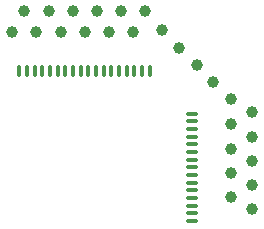
<source format=gbr>
%TF.GenerationSoftware,KiCad,Pcbnew,7.0.7*%
%TF.CreationDate,2024-03-24T16:36:29-04:00*%
%TF.ProjectId,RCP-FLEX,5243502d-464c-4455-982e-6b696361645f,rev?*%
%TF.SameCoordinates,Original*%
%TF.FileFunction,Soldermask,Top*%
%TF.FilePolarity,Negative*%
%FSLAX46Y46*%
G04 Gerber Fmt 4.6, Leading zero omitted, Abs format (unit mm)*
G04 Created by KiCad (PCBNEW 7.0.7) date 2024-03-24 16:36:29*
%MOMM*%
%LPD*%
G01*
G04 APERTURE LIST*
%ADD10C,1.000000*%
%ADD11O,0.400000X1.000000*%
%ADD12O,1.000000X0.400000*%
G04 APERTURE END LIST*
D10*
%TO.C,TP51*%
X171900000Y-60050000D03*
%TD*%
%TO.C,TP51*%
X173300000Y-61550000D03*
%TD*%
%TO.C,TP51*%
X177700000Y-65850000D03*
%TD*%
%TO.C,TP51*%
X176200000Y-64450000D03*
%TD*%
%TO.C,TP51*%
X174800000Y-62950000D03*
%TD*%
%TO.C,TP59*%
X177700000Y-72125000D03*
%TD*%
D11*
%TO.C,TP2*%
X160415000Y-63500000D03*
%TD*%
%TO.C,TP9*%
X164965000Y-63500000D03*
%TD*%
D10*
%TO.C,TP42*%
X165325000Y-60200000D03*
%TD*%
%TO.C,TP38*%
X161225000Y-60200000D03*
%TD*%
%TO.C,TP57*%
X177700000Y-70075000D03*
%TD*%
D12*
%TO.C,TP31*%
X174390000Y-74910000D03*
%TD*%
D10*
%TO.C,TP58*%
X179475000Y-71100000D03*
%TD*%
%TO.C,TP54*%
X179475000Y-69050000D03*
%TD*%
D11*
%TO.C,TP5*%
X162365000Y-63500000D03*
%TD*%
D10*
%TO.C,TP66*%
X179475000Y-75200000D03*
%TD*%
D12*
%TO.C,TP24*%
X174390000Y-70360000D03*
%TD*%
D11*
%TO.C,TP1*%
X159765000Y-63500000D03*
%TD*%
%TO.C,TP6*%
X163015000Y-63500000D03*
%TD*%
D12*
%TO.C,TP23*%
X174390000Y-69710000D03*
%TD*%
D11*
%TO.C,TP14*%
X168215000Y-63500000D03*
%TD*%
D10*
%TO.C,TP35*%
X160200000Y-58425000D03*
%TD*%
D11*
%TO.C,TP11*%
X166265000Y-63500000D03*
%TD*%
D10*
%TO.C,TP45*%
X166350000Y-58425000D03*
%TD*%
D11*
%TO.C,TP18*%
X170815000Y-63500000D03*
%TD*%
%TO.C,TP17*%
X170165000Y-63500000D03*
%TD*%
%TO.C,TP4*%
X161715000Y-63500000D03*
%TD*%
%TO.C,TP10*%
X165615000Y-63500000D03*
%TD*%
D12*
%TO.C,TP29*%
X174390000Y-73610000D03*
%TD*%
%TO.C,TP27*%
X174390000Y-72310000D03*
%TD*%
D10*
%TO.C,TP40*%
X163275000Y-60200000D03*
%TD*%
D11*
%TO.C,TP15*%
X168865000Y-63500000D03*
%TD*%
%TO.C,TP12*%
X166915000Y-63500000D03*
%TD*%
D10*
%TO.C,TP34*%
X159175000Y-60200000D03*
%TD*%
%TO.C,TP52*%
X179475000Y-67000000D03*
%TD*%
D11*
%TO.C,TP7*%
X163665000Y-63500000D03*
%TD*%
%TO.C,TP8*%
X164315000Y-63500000D03*
%TD*%
%TO.C,TP16*%
X169515000Y-63500000D03*
%TD*%
D10*
%TO.C,TP39*%
X162250000Y-58425000D03*
%TD*%
%TO.C,TP51*%
X170450000Y-58425000D03*
%TD*%
D12*
%TO.C,TP20*%
X174390000Y-67760000D03*
%TD*%
%TO.C,TP25*%
X174390000Y-71010000D03*
%TD*%
D10*
%TO.C,TP48*%
X169425000Y-60200000D03*
%TD*%
D12*
%TO.C,TP21*%
X174390000Y-68410000D03*
%TD*%
%TO.C,TP22*%
X174390000Y-69060000D03*
%TD*%
D10*
%TO.C,TP61*%
X177700000Y-74175000D03*
%TD*%
D11*
%TO.C,TP3*%
X161065000Y-63500000D03*
%TD*%
D12*
%TO.C,TP30*%
X174390000Y-74260000D03*
%TD*%
D10*
%TO.C,TP60*%
X179475000Y-73150000D03*
%TD*%
D12*
%TO.C,TP19*%
X174390000Y-67110000D03*
%TD*%
%TO.C,TP33*%
X174390000Y-76210000D03*
%TD*%
D10*
%TO.C,TP53*%
X177700000Y-68025000D03*
%TD*%
D12*
%TO.C,TP28*%
X174390000Y-72960000D03*
%TD*%
D10*
%TO.C,TP41*%
X164300000Y-58425000D03*
%TD*%
D12*
%TO.C,TP26*%
X174390000Y-71660000D03*
%TD*%
%TO.C,TP32*%
X174390000Y-75560000D03*
%TD*%
D11*
%TO.C,TP13*%
X167565000Y-63500000D03*
%TD*%
D10*
%TO.C,TP47*%
X168400000Y-58425000D03*
%TD*%
%TO.C,TP46*%
X167375000Y-60200000D03*
%TD*%
M02*

</source>
